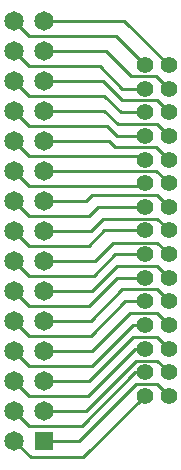
<source format=gtl>
G04 Layer_Physical_Order=1*
G04 Layer_Color=255*
%FSLAX25Y25*%
%MOIN*%
G70*
G01*
G75*
%ADD10C,0.01000*%
%ADD11C,0.05575*%
%ADD12R,0.06496X0.06496*%
%ADD13C,0.06496*%
D10*
X39626Y3000D02*
X60126Y23500D01*
X22000Y3000D02*
X39626D01*
X16500Y8500D02*
X22000Y3000D01*
X64000Y27500D02*
X68000Y23500D01*
X57000Y27500D02*
X64000D01*
X38000Y8500D02*
X57000Y27500D01*
X26500Y8500D02*
X38000D01*
X56874Y31374D02*
X60126D01*
X39000Y13500D02*
X56874Y31374D01*
X21500Y13500D02*
X39000D01*
X16500Y18500D02*
X21500Y13500D01*
X64213Y35161D02*
X68000Y31374D01*
X57161Y35161D02*
X64213D01*
X40500Y18500D02*
X57161Y35161D01*
X26500Y18500D02*
X40500D01*
X56748Y39248D02*
X60126D01*
X41000Y23500D02*
X56748Y39248D01*
X21500Y23500D02*
X41000D01*
X16500Y28500D02*
X21500Y23500D01*
X64213Y43035D02*
X68000Y39248D01*
X56035Y43035D02*
X64213D01*
X41500Y28500D02*
X56035Y43035D01*
X26500Y28500D02*
X41500D01*
X56122Y47122D02*
X60126D01*
X42500Y33500D02*
X56122Y47122D01*
X21500Y33500D02*
X42500D01*
X16500Y38500D02*
X21500Y33500D01*
X64122Y51000D02*
X68000Y47122D01*
X55000Y51000D02*
X64122D01*
X42500Y38500D02*
X55000Y51000D01*
X26500Y38500D02*
X42500D01*
X53496Y54996D02*
X60126D01*
X42000Y43500D02*
X53496Y54996D01*
X21500Y43500D02*
X42000D01*
X16500Y48500D02*
X21500Y43500D01*
X63996Y59000D02*
X68000Y54996D01*
X52500Y59000D02*
X63996D01*
X42000Y48500D02*
X52500Y59000D01*
X26500Y48500D02*
X42000D01*
X50870Y62870D02*
X60126D01*
X41500Y53500D02*
X50870Y62870D01*
X21500Y53500D02*
X41500D01*
X16500Y58500D02*
X21500Y53500D01*
X64213Y66658D02*
X68000Y62870D01*
X50657Y66658D02*
X64213D01*
X42500Y58500D02*
X50657Y66658D01*
X26500Y58500D02*
X42500D01*
X50244Y70744D02*
X60126D01*
X43000Y63500D02*
X50244Y70744D01*
X21500Y63500D02*
X43000D01*
X16500Y68500D02*
X21500Y63500D01*
X64213Y74532D02*
X68000Y70744D01*
X49531Y74532D02*
X64213D01*
X43500Y68500D02*
X49531Y74532D01*
X26500Y68500D02*
X43500D01*
X46618Y78618D02*
X60126D01*
X41500Y73500D02*
X46618Y78618D01*
X21500Y73500D02*
X41500D01*
X16500Y78500D02*
X21500Y73500D01*
X64118Y82500D02*
X68000Y78618D01*
X46000Y82500D02*
X64118D01*
X42000Y78500D02*
X46000Y82500D01*
X26500Y78500D02*
X42000D01*
X42500Y90500D02*
X63992D01*
X40500Y88500D02*
X42500Y90500D01*
X26500Y88500D02*
X40500D01*
X21500Y83500D02*
X41508D01*
X44500Y86492D01*
X60126D01*
X16500Y88500D02*
X21500Y83500D01*
X63992Y90500D02*
X68000Y86492D01*
X21500Y93500D02*
X59260D01*
X16500Y98500D02*
X21500Y93500D01*
X26500Y98453D02*
X63913D01*
X68000Y94366D01*
X26500Y98453D02*
Y98500D01*
X21500Y103500D02*
X58866D01*
X16500Y108500D02*
X21500Y103500D01*
X63913Y106327D02*
X68000Y102240D01*
X50173Y106327D02*
X63913D01*
X48000Y108500D02*
X50173Y106327D01*
X26500Y108500D02*
X48000D01*
X50886Y110114D02*
X60126D01*
X47500Y113500D02*
X50886Y110114D01*
X21500Y113500D02*
X47500D01*
X16500Y118500D02*
X21500Y113500D01*
X64114Y114000D02*
X68000Y110114D01*
X51000Y114000D02*
X64114D01*
X46500Y118500D02*
X51000Y114000D01*
X26500Y118500D02*
X46500D01*
X52012Y117988D02*
X60126D01*
X46500Y123500D02*
X52012Y117988D01*
X21500Y123500D02*
X46500D01*
X16500Y128500D02*
X21500Y123500D01*
X63988Y122000D02*
X68000Y117988D01*
X52500Y122000D02*
X63988D01*
X46000Y128500D02*
X52500Y122000D01*
X26500Y128500D02*
X46000D01*
X52638Y125862D02*
X60126D01*
X45000Y133500D02*
X52638Y125862D01*
X21500Y133500D02*
X45000D01*
X16500Y138500D02*
X21500Y133500D01*
X63913Y129949D02*
X68000Y125862D01*
X55551Y129949D02*
X63913D01*
X47000Y138500D02*
X55551Y129949D01*
X26500Y138500D02*
X47000D01*
X50362Y143500D02*
X60126Y133736D01*
X21500Y143500D02*
X50362D01*
X16500Y148500D02*
X21500Y143500D01*
X53236Y148500D02*
X68000Y133736D01*
X26500Y148500D02*
X53236D01*
D11*
X68000Y23500D02*
D03*
X60126D02*
D03*
X68000Y31374D02*
D03*
X60126D02*
D03*
X68000Y39248D02*
D03*
X60126D02*
D03*
X68000Y47122D02*
D03*
X60126D02*
D03*
X68000Y54996D02*
D03*
X60126D02*
D03*
X68000Y62870D02*
D03*
X60126D02*
D03*
X68000Y70744D02*
D03*
X60126D02*
D03*
X68000Y78618D02*
D03*
X60126D02*
D03*
X68000Y86492D02*
D03*
X60126D02*
D03*
X68000Y94366D02*
D03*
X60126D02*
D03*
X68000Y102240D02*
D03*
X60126D02*
D03*
X68000Y110114D02*
D03*
X60126D02*
D03*
X68000Y117988D02*
D03*
X60126D02*
D03*
X68000Y125862D02*
D03*
X60126D02*
D03*
X68000Y133736D02*
D03*
X60126D02*
D03*
D12*
X26500Y8500D02*
D03*
D13*
X16500D02*
D03*
X26500Y18500D02*
D03*
X16500D02*
D03*
X26500Y28500D02*
D03*
X16500D02*
D03*
X26500Y38500D02*
D03*
X16500D02*
D03*
X26500Y48500D02*
D03*
X16500D02*
D03*
X26500Y58500D02*
D03*
X16500D02*
D03*
X26500Y68500D02*
D03*
X16500D02*
D03*
X26500Y78500D02*
D03*
X16500D02*
D03*
X26500Y88500D02*
D03*
X16500D02*
D03*
X26500Y98500D02*
D03*
X16500D02*
D03*
X26500Y108500D02*
D03*
X16500D02*
D03*
X26500Y118500D02*
D03*
X16500D02*
D03*
X26500Y128500D02*
D03*
X16500D02*
D03*
X26500Y138500D02*
D03*
X16500D02*
D03*
X26500Y148500D02*
D03*
X16500D02*
D03*
M02*

</source>
